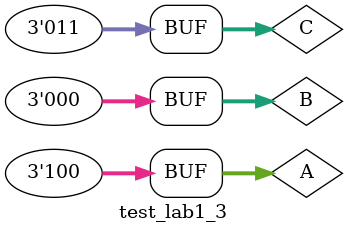
<source format=v>
`timescale 1ns / 1ps


module test_lab1_3();
    reg  [2:0] A,B,C;
    wire [2:0] O;
    
    lab01_3 U0(.a(A),.b(B),.c(C),.o(O));
    
    initial
    begin
        A = 3'b 000;
        B = 3'b 001;
        C = 3'b 010;
        #10
        A = 3'b 100;
        B = 3'b 010;
        C = 3'b 001;
        #10
        A = 3'b 110;
        B = 3'b 110;
        C = 3'b 110;
        #10
        A = 3'b 101;
        B = 3'b 011;
        C = 3'b 111;
        #10
        A = 3'b 100;
        B = 3'b 111;
        C = 3'b 110;
        #10
        A = 3'b 111;
        B = 3'b 010;
        C = 3'b 000;
        #10
        A = 3'b 100;
        B = 3'b 000;
        C = 3'b 011;
        
    end
endmodule

</source>
